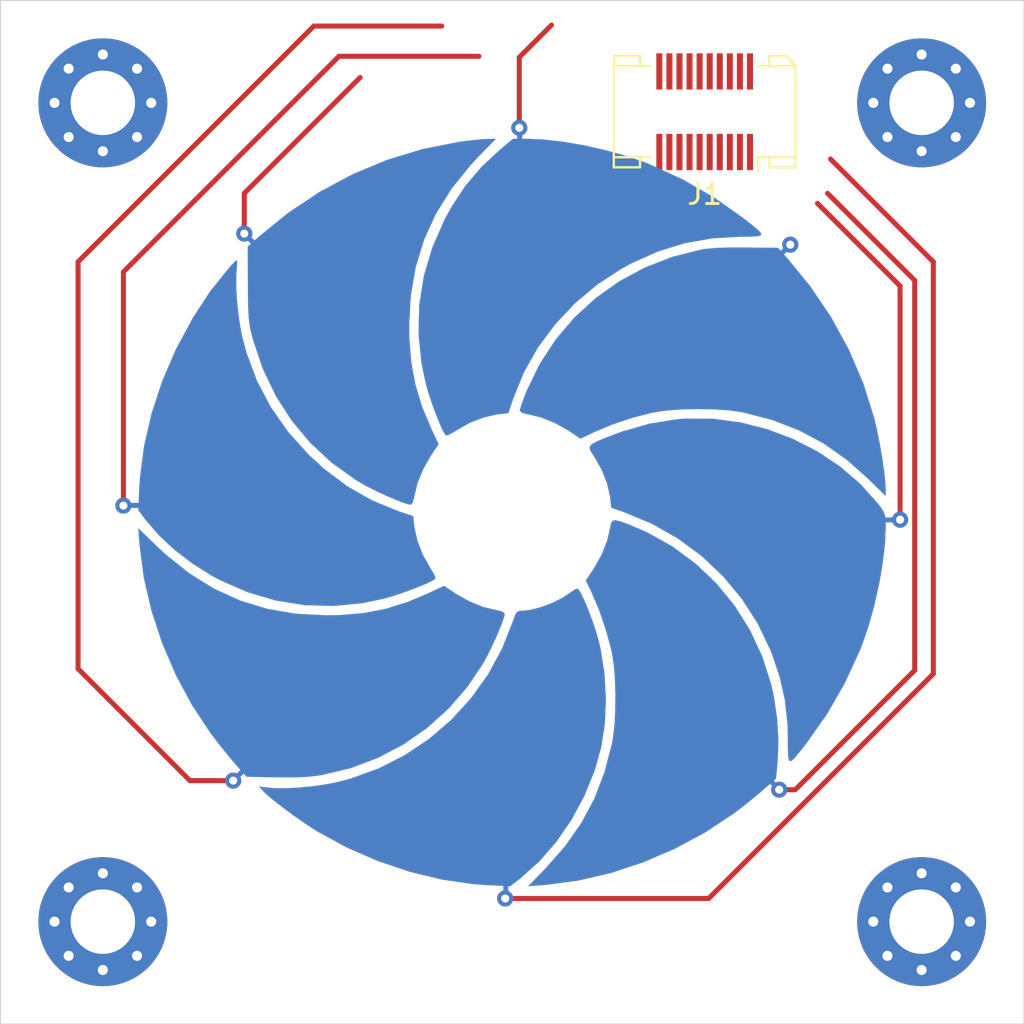
<source format=kicad_pcb>
(kicad_pcb (version 20171130) (host pcbnew "(5.1.9-0-10_14)")

  (general
    (thickness 1.6)
    (drawings 8)
    (tracks 47)
    (zones 0)
    (modules 6)
    (nets 13)
  )

  (page A4)
  (layers
    (0 F.Cu signal)
    (31 B.Cu signal)
    (32 B.Adhes user)
    (33 F.Adhes user)
    (34 B.Paste user)
    (35 F.Paste user)
    (36 B.SilkS user)
    (37 F.SilkS user)
    (38 B.Mask user)
    (39 F.Mask user)
    (40 Dwgs.User user hide)
    (41 Cmts.User user)
    (42 Eco1.User user)
    (43 Eco2.User user)
    (44 Edge.Cuts user)
    (45 Margin user)
    (46 B.CrtYd user)
    (47 F.CrtYd user)
    (48 B.Fab user)
    (49 F.Fab user)
  )

  (setup
    (last_trace_width 0.25)
    (trace_clearance 0.2)
    (zone_clearance 0.508)
    (zone_45_only no)
    (trace_min 0.2)
    (via_size 0.8)
    (via_drill 0.4)
    (via_min_size 0.4)
    (via_min_drill 0.3)
    (uvia_size 0.3)
    (uvia_drill 0.1)
    (uvias_allowed no)
    (uvia_min_size 0.2)
    (uvia_min_drill 0.1)
    (edge_width 0.05)
    (segment_width 0.2)
    (pcb_text_width 0.3)
    (pcb_text_size 1.5 1.5)
    (mod_edge_width 0.12)
    (mod_text_size 1 1)
    (mod_text_width 0.15)
    (pad_size 6.4 6.4)
    (pad_drill 3.2)
    (pad_to_mask_clearance 0)
    (aux_axis_origin 0 0)
    (visible_elements FFFFFF7F)
    (pcbplotparams
      (layerselection 0x010fc_ffffffff)
      (usegerberextensions false)
      (usegerberattributes true)
      (usegerberadvancedattributes true)
      (creategerberjobfile true)
      (excludeedgelayer true)
      (linewidth 0.100000)
      (plotframeref false)
      (viasonmask false)
      (mode 1)
      (useauxorigin false)
      (hpglpennumber 1)
      (hpglpenspeed 20)
      (hpglpendiameter 15.000000)
      (psnegative false)
      (psa4output false)
      (plotreference true)
      (plotvalue true)
      (plotinvisibletext false)
      (padsonsilk false)
      (subtractmaskfromsilk false)
      (outputformat 1)
      (mirror false)
      (drillshape 1)
      (scaleselection 1)
      (outputdirectory ""))
  )

  (net 0 "")
  (net 1 "Net-(J1-Pad16)")
  (net 2 "Net-(J1-Pad14)")
  (net 3 "Net-(J1-Pad12)")
  (net 4 "Net-(J1-Pad10)")
  (net 5 "Net-(J1-Pad8)")
  (net 6 "Net-(J1-Pad6)")
  (net 7 "Net-(J1-Pad4)")
  (net 8 "Net-(J1-Pad2)")
  (net 9 "Net-(H1-Pad1)")
  (net 10 "Net-(H2-Pad1)")
  (net 11 "Net-(H3-Pad1)")
  (net 12 "Net-(H4-Pad1)")

  (net_class Default "This is the default net class."
    (clearance 0.2)
    (trace_width 0.25)
    (via_dia 0.8)
    (via_drill 0.4)
    (uvia_dia 0.3)
    (uvia_drill 0.1)
    (add_net "Net-(H1-Pad1)")
    (add_net "Net-(H2-Pad1)")
    (add_net "Net-(H3-Pad1)")
    (add_net "Net-(H4-Pad1)")
    (add_net "Net-(J1-Pad10)")
    (add_net "Net-(J1-Pad12)")
    (add_net "Net-(J1-Pad14)")
    (add_net "Net-(J1-Pad16)")
    (add_net "Net-(J1-Pad2)")
    (add_net "Net-(J1-Pad4)")
    (add_net "Net-(J1-Pad6)")
    (add_net "Net-(J1-Pad8)")
  )

  (module MountingHole:MountingHole_3.2mm_M3_Pad_Via locked (layer F.Cu) (tedit 56DDBCCA) (tstamp 60323BE9)
    (at 160.02 127)
    (descr "Mounting Hole 3.2mm, M3")
    (tags "mounting hole 3.2mm m3")
    (path /6032596A)
    (attr virtual)
    (fp_text reference H4 (at 0 -4.2) (layer F.SilkS) hide
      (effects (font (size 1 1) (thickness 0.15)))
    )
    (fp_text value MountingHole_Pad (at 0 4.2) (layer F.Fab) hide
      (effects (font (size 1 1) (thickness 0.15)))
    )
    (fp_circle (center 0 0) (end 3.2 0) (layer Cmts.User) (width 0.15))
    (fp_circle (center 0 0) (end 3.45 0) (layer F.CrtYd) (width 0.05))
    (fp_text user %R (at 0.3 0) (layer F.Fab) hide
      (effects (font (size 1 1) (thickness 0.15)))
    )
    (pad 1 thru_hole circle (at 1.697056 -1.697056) (size 0.8 0.8) (drill 0.5) (layers *.Cu *.Mask)
      (net 12 "Net-(H4-Pad1)"))
    (pad 1 thru_hole circle (at 0 -2.4) (size 0.8 0.8) (drill 0.5) (layers *.Cu *.Mask)
      (net 12 "Net-(H4-Pad1)"))
    (pad 1 thru_hole circle (at -1.697056 -1.697056) (size 0.8 0.8) (drill 0.5) (layers *.Cu *.Mask)
      (net 12 "Net-(H4-Pad1)"))
    (pad 1 thru_hole circle (at -2.4 0) (size 0.8 0.8) (drill 0.5) (layers *.Cu *.Mask)
      (net 12 "Net-(H4-Pad1)"))
    (pad 1 thru_hole circle (at -1.697056 1.697056) (size 0.8 0.8) (drill 0.5) (layers *.Cu *.Mask)
      (net 12 "Net-(H4-Pad1)"))
    (pad 1 thru_hole circle (at 0 2.4) (size 0.8 0.8) (drill 0.5) (layers *.Cu *.Mask)
      (net 12 "Net-(H4-Pad1)"))
    (pad 1 thru_hole circle (at 1.697056 1.697056) (size 0.8 0.8) (drill 0.5) (layers *.Cu *.Mask)
      (net 12 "Net-(H4-Pad1)"))
    (pad 1 thru_hole circle (at 2.4 0) (size 0.8 0.8) (drill 0.5) (layers *.Cu *.Mask)
      (net 12 "Net-(H4-Pad1)"))
    (pad 1 thru_hole circle (at 0 0) (size 6.4 6.4) (drill 3.2) (layers *.Cu *.Mask)
      (net 12 "Net-(H4-Pad1)"))
  )

  (module MountingHole:MountingHole_3.2mm_M3_Pad_Via (layer F.Cu) (tedit 56DDBCCA) (tstamp 60323BD9)
    (at 119.38 86.36)
    (descr "Mounting Hole 3.2mm, M3")
    (tags "mounting hole 3.2mm m3")
    (path /6032604F)
    (attr virtual)
    (fp_text reference H3 (at 0 -4.2) (layer F.SilkS) hide
      (effects (font (size 1 1) (thickness 0.15)))
    )
    (fp_text value MountingHole_Pad (at 0 4.2) (layer F.Fab) hide
      (effects (font (size 1 1) (thickness 0.15)))
    )
    (fp_circle (center 0 0) (end 3.2 0) (layer Cmts.User) (width 0.15))
    (fp_circle (center 0 0) (end 3.45 0) (layer F.CrtYd) (width 0.05))
    (fp_text user %R (at 0.3 0) (layer F.Fab) hide
      (effects (font (size 1 1) (thickness 0.15)))
    )
    (pad 1 thru_hole circle (at 1.697056 -1.697056) (size 0.8 0.8) (drill 0.5) (layers *.Cu *.Mask)
      (net 11 "Net-(H3-Pad1)"))
    (pad 1 thru_hole circle (at 0 -2.4) (size 0.8 0.8) (drill 0.5) (layers *.Cu *.Mask)
      (net 11 "Net-(H3-Pad1)"))
    (pad 1 thru_hole circle (at -1.697056 -1.697056) (size 0.8 0.8) (drill 0.5) (layers *.Cu *.Mask)
      (net 11 "Net-(H3-Pad1)"))
    (pad 1 thru_hole circle (at -2.4 0) (size 0.8 0.8) (drill 0.5) (layers *.Cu *.Mask)
      (net 11 "Net-(H3-Pad1)"))
    (pad 1 thru_hole circle (at -1.697056 1.697056) (size 0.8 0.8) (drill 0.5) (layers *.Cu *.Mask)
      (net 11 "Net-(H3-Pad1)"))
    (pad 1 thru_hole circle (at 0 2.4) (size 0.8 0.8) (drill 0.5) (layers *.Cu *.Mask)
      (net 11 "Net-(H3-Pad1)"))
    (pad 1 thru_hole circle (at 1.697056 1.697056) (size 0.8 0.8) (drill 0.5) (layers *.Cu *.Mask)
      (net 11 "Net-(H3-Pad1)"))
    (pad 1 thru_hole circle (at 2.4 0) (size 0.8 0.8) (drill 0.5) (layers *.Cu *.Mask)
      (net 11 "Net-(H3-Pad1)"))
    (pad 1 thru_hole circle (at 0 0) (size 6.4 6.4) (drill 3.2) (layers *.Cu *.Mask)
      (net 11 "Net-(H3-Pad1)"))
  )

  (module MountingHole:MountingHole_3.2mm_M3_Pad_Via locked (layer F.Cu) (tedit 60323526) (tstamp 60323BC9)
    (at 119.38 127)
    (descr "Mounting Hole 3.2mm, M3")
    (tags "mounting hole 3.2mm m3")
    (path /603268F4)
    (attr virtual)
    (fp_text reference H2 (at 0 -4.2) (layer F.SilkS) hide
      (effects (font (size 1 1) (thickness 0.15)))
    )
    (fp_text value MountingHole_Pad (at 0 4.2) (layer F.Fab) hide
      (effects (font (size 1 1) (thickness 0.15)))
    )
    (fp_circle (center 0 0) (end 3.2 0) (layer Cmts.User) (width 0.15))
    (fp_circle (center 0 0) (end 3.45 0) (layer F.CrtYd) (width 0.05))
    (fp_text user %R (at 0.3 0) (layer F.Fab) hide
      (effects (font (size 1 1) (thickness 0.15)))
    )
    (pad 1 thru_hole circle (at 1.697056 -1.697056) (size 0.8 0.8) (drill 0.5) (layers *.Cu *.Mask)
      (net 10 "Net-(H2-Pad1)"))
    (pad 1 thru_hole circle (at 0 -2.4) (size 0.8 0.8) (drill 0.5) (layers *.Cu *.Mask)
      (net 10 "Net-(H2-Pad1)"))
    (pad 1 thru_hole circle (at -1.697056 -1.697056) (size 0.8 0.8) (drill 0.5) (layers *.Cu *.Mask)
      (net 10 "Net-(H2-Pad1)"))
    (pad 1 thru_hole circle (at -2.4 0) (size 0.8 0.8) (drill 0.5) (layers *.Cu *.Mask)
      (net 10 "Net-(H2-Pad1)"))
    (pad 1 thru_hole circle (at -1.697056 1.697056) (size 0.8 0.8) (drill 0.5) (layers *.Cu *.Mask)
      (net 10 "Net-(H2-Pad1)"))
    (pad 1 thru_hole circle (at 0 2.4) (size 0.8 0.8) (drill 0.5) (layers *.Cu *.Mask)
      (net 10 "Net-(H2-Pad1)"))
    (pad 1 thru_hole circle (at 1.697056 1.697056) (size 0.8 0.8) (drill 0.5) (layers *.Cu *.Mask)
      (net 10 "Net-(H2-Pad1)"))
    (pad 1 thru_hole circle (at 2.4 0) (size 0.8 0.8) (drill 0.5) (layers *.Cu *.Mask)
      (net 10 "Net-(H2-Pad1)"))
    (pad "" thru_hole circle (at 0 0) (size 6.4 6.4) (drill 3.2) (layers *.Cu *.Mask)
      (net 10 "Net-(H2-Pad1)"))
  )

  (module MountingHole:MountingHole_3.2mm_M3_Pad_Via (layer F.Cu) (tedit 60323554) (tstamp 60323BB9)
    (at 160.02 86.36)
    (descr "Mounting Hole 3.2mm, M3")
    (tags "mounting hole 3.2mm m3")
    (path /60326D1F)
    (attr virtual)
    (fp_text reference H1 (at 0 -4.2) (layer F.SilkS) hide
      (effects (font (size 1 1) (thickness 0.15)))
    )
    (fp_text value MountingHole_Pad (at 0 4.2) (layer F.Fab) hide
      (effects (font (size 1 1) (thickness 0.15)))
    )
    (fp_circle (center 0 0) (end 3.2 0) (layer Cmts.User) (width 0.15))
    (fp_circle (center 0 0) (end 3.45 0) (layer F.CrtYd) (width 0.05))
    (fp_text user %R (at 0.3 0) (layer F.Fab) hide
      (effects (font (size 1 1) (thickness 0.15)))
    )
    (pad 1 thru_hole circle (at 1.697056 -1.697056) (size 0.8 0.8) (drill 0.5) (layers *.Cu *.Mask)
      (net 9 "Net-(H1-Pad1)"))
    (pad 1 thru_hole circle (at 0 -2.4) (size 0.8 0.8) (drill 0.5) (layers *.Cu *.Mask)
      (net 9 "Net-(H1-Pad1)"))
    (pad 1 thru_hole circle (at -1.697056 -1.697056) (size 0.8 0.8) (drill 0.5) (layers *.Cu *.Mask)
      (net 9 "Net-(H1-Pad1)"))
    (pad "" thru_hole circle (at -2.4 0) (size 0.8 0.8) (drill 0.5) (layers *.Cu *.Mask)
      (net 9 "Net-(H1-Pad1)"))
    (pad 1 thru_hole circle (at -1.697056 1.697056) (size 0.8 0.8) (drill 0.5) (layers *.Cu *.Mask)
      (net 9 "Net-(H1-Pad1)"))
    (pad 1 thru_hole circle (at 0 2.4) (size 0.8 0.8) (drill 0.5) (layers *.Cu *.Mask)
      (net 9 "Net-(H1-Pad1)"))
    (pad 1 thru_hole circle (at 1.697056 1.697056) (size 0.8 0.8) (drill 0.5) (layers *.Cu *.Mask)
      (net 9 "Net-(H1-Pad1)"))
    (pad 1 thru_hole circle (at 2.4 0) (size 0.8 0.8) (drill 0.5) (layers *.Cu *.Mask)
      (net 9 "Net-(H1-Pad1)"))
    (pad ~ thru_hole circle (at 0 0) (size 6.4 6.4) (drill 3.2) (layers *.Cu *.Mask)
      (net 9 "Net-(H1-Pad1)"))
  )

  (module components:wheel locked (layer B.Cu) (tedit 603170FA) (tstamp 60317504)
    (at 139.7 106.68)
    (path /60317427)
    (fp_text reference J2 (at 0 0) (layer B.SilkS) hide
      (effects (font (size 1.524 1.524) (thickness 0.3)) (justify mirror))
    )
    (fp_text value Conn_01x08 (at 0.75 0) (layer B.SilkS) hide
      (effects (font (size 1.524 1.524) (thickness 0.3)) (justify mirror))
    )
    (fp_poly (pts (xy -4.945706 -0.46586) (xy -4.871806 -0.717912) (xy -4.861206 -0.786469) (xy -4.709175 -1.425664)
      (xy -4.43453 -2.109424) (xy -4.06514 -2.769376) (xy -4.033197 -2.817799) (xy -3.657412 -3.380542)
      (xy -3.99265 -4.08699) (xy -4.467859 -5.213473) (xy -4.804945 -6.318157) (xy -5.015647 -7.45446)
      (xy -5.111708 -8.675802) (xy -5.120687 -9.219259) (xy -5.039547 -10.739795) (xy -4.79172 -12.175966)
      (xy -4.374214 -13.535139) (xy -3.784032 -14.824681) (xy -3.018179 -16.05196) (xy -2.073662 -17.224343)
      (xy -1.707792 -17.61537) (xy -0.818248 -18.532592) (xy -1.27931 -18.522484) (xy -1.584346 -18.503842)
      (xy -2.002192 -18.462777) (xy -2.459909 -18.406824) (xy -2.634075 -18.382507) (xy -4.442693 -18.02531)
      (xy -6.208417 -17.488263) (xy -7.919084 -16.777137) (xy -9.562532 -15.897703) (xy -11.126597 -14.855733)
      (xy -12.599117 -13.656997) (xy -12.605926 -13.650891) (xy -13.123334 -13.186701) (xy -13.116716 -11.320572)
      (xy -13.112579 -10.662412) (xy -13.103084 -10.153916) (xy -13.084672 -9.75661) (xy -13.053785 -9.432018)
      (xy -13.006864 -9.141667) (xy -12.940349 -8.847081) (xy -12.859771 -8.542816) (xy -12.373795 -7.108406)
      (xy -11.733756 -5.773431) (xy -10.946321 -4.54673) (xy -10.018156 -3.437145) (xy -8.95593 -2.453515)
      (xy -7.766307 -1.604681) (xy -7.510981 -1.45028) (xy -7.145688 -1.249802) (xy -6.716237 -1.035805)
      (xy -6.263067 -0.825919) (xy -5.826621 -0.637771) (xy -5.44734 -0.488989) (xy -5.165663 -0.397201)
      (xy -5.047112 -0.376296) (xy -4.945706 -0.46586)) (layer B.Cu) (width 0.01))
    (fp_poly (pts (xy -3.179636 -3.833025) (xy -2.966203 -3.942569) (xy -2.738707 -4.085116) (xy -2.105471 -4.440861)
      (xy -1.416742 -4.708633) (xy -0.751812 -4.858275) (xy -0.685499 -4.866023) (xy -0.195072 -4.917459)
      (xy 0.045751 -5.640584) (xy 0.575879 -6.939615) (xy 1.272696 -8.171728) (xy 2.121558 -9.320183)
      (xy 3.107821 -10.368241) (xy 4.21684 -11.299161) (xy 5.433972 -12.096205) (xy 5.926666 -12.362996)
      (xy 7.239418 -12.947105) (xy 8.561973 -13.355343) (xy 9.929134 -13.596216) (xy 11.30568 -13.677811)
      (xy 11.805435 -13.682233) (xy 12.145533 -13.697472) (xy 12.328264 -13.741038) (xy 12.355919 -13.830441)
      (xy 12.230791 -13.983189) (xy 11.955171 -14.216792) (xy 11.53135 -14.548759) (xy 11.43 -14.62772)
      (xy 10.011144 -15.626609) (xy 8.471703 -16.510425) (xy 6.856376 -17.253984) (xy 6.559566 -17.371543)
      (xy 5.625938 -17.69276) (xy 4.6011 -17.976999) (xy 3.538066 -18.213632) (xy 2.489855 -18.39203)
      (xy 1.509481 -18.501567) (xy 0.767662 -18.532592) (xy 0.036608 -18.532592) (xy -0.569659 -18.026494)
      (xy -1.521029 -17.144208) (xy -2.327507 -16.196514) (xy -3.025083 -15.138138) (xy -3.368888 -14.505195)
      (xy -3.969618 -13.129846) (xy -4.383865 -11.73058) (xy -4.611375 -10.309639) (xy -4.651897 -8.869268)
      (xy -4.505177 -7.411709) (xy -4.285845 -6.36228) (xy -4.173704 -5.968001) (xy -4.0273 -5.520663)
      (xy -3.861421 -5.058183) (xy -3.690852 -4.618476) (xy -3.530378 -4.239457) (xy -3.394787 -3.959042)
      (xy -3.298863 -3.815148) (xy -3.28987 -3.808316) (xy -3.179636 -3.833025)) (layer B.Cu) (width 0.01))
    (fp_poly (pts (xy 18.532592 -1.155082) (xy 18.511116 -1.546269) (xy 18.451856 -2.072053) (xy 18.362562 -2.684475)
      (xy 18.250985 -3.335576) (xy 18.124875 -3.977399) (xy 17.991983 -4.561984) (xy 17.964262 -4.671738)
      (xy 17.426392 -6.387294) (xy 16.711377 -8.06182) (xy 15.828747 -9.677781) (xy 14.788032 -11.217644)
      (xy 13.653243 -12.603387) (xy 13.191405 -13.118257) (xy 11.605147 -13.139361) (xy 10.775973 -13.138538)
      (xy 10.082527 -13.113036) (xy 9.545658 -13.063833) (xy 9.36037 -13.034155) (xy 7.924843 -12.667164)
      (xy 6.567587 -12.136851) (xy 5.300543 -11.452932) (xy 4.135654 -10.625123) (xy 3.084864 -9.663139)
      (xy 2.160113 -8.576698) (xy 1.373346 -7.375515) (xy 0.736505 -6.069306) (xy 0.705261 -5.992616)
      (xy 0.560869 -5.621288) (xy 0.448734 -5.307707) (xy 0.384985 -5.098236) (xy 0.376296 -5.047111)
      (xy 0.46586 -4.945705) (xy 0.717912 -4.871805) (xy 0.786469 -4.861205) (xy 1.426847 -4.708804)
      (xy 2.111857 -4.433286) (xy 2.773622 -4.062339) (xy 2.820005 -4.031723) (xy 3.384954 -3.654464)
      (xy 4.02081 -3.957379) (xy 4.985909 -4.363323) (xy 6.036572 -4.711837) (xy 6.961481 -4.946122)
      (xy 7.575766 -5.041452) (xy 8.314337 -5.101135) (xy 9.118421 -5.125067) (xy 9.929244 -5.113147)
      (xy 10.688033 -5.06527) (xy 11.336012 -4.981335) (xy 11.477037 -4.954025) (xy 12.923252 -4.57295)
      (xy 14.246606 -4.060744) (xy 15.469924 -3.405336) (xy 16.61603 -2.594654) (xy 17.61537 -1.707673)
      (xy 18.532592 -0.811448) (xy 18.532592 -1.155082)) (layer B.Cu) (width 0.01))
    (fp_poly (pts (xy -7.403537 4.503797) (xy -6.371394 4.288156) (xy -5.974473 4.17538) (xy -5.525118 4.028547)
      (xy -5.061143 3.862387) (xy -4.620358 3.691625) (xy -4.240575 3.530988) (xy -3.959606 3.395205)
      (xy -3.815263 3.299002) (xy -3.808317 3.28987) (xy -3.833026 3.179636) (xy -3.94257 2.966203)
      (xy -4.085117 2.738707) (xy -4.440862 2.105471) (xy -4.708633 1.416742) (xy -4.858276 0.751812)
      (xy -4.866023 0.685499) (xy -4.91746 0.195072) (xy -5.63373 -0.04395) (xy -6.938287 -0.57558)
      (xy -8.17109 -1.27699) (xy -9.337874 -2.151795) (xy -10.11841 -2.869259) (xy -11.140694 -4.009238)
      (xy -11.993408 -5.230454) (xy -12.677418 -6.534442) (xy -13.193587 -7.922737) (xy -13.401404 -8.701851)
      (xy -13.510825 -9.265162) (xy -13.601003 -9.906334) (xy -13.666547 -10.56621) (xy -13.70207 -11.185628)
      (xy -13.70218 -11.705429) (xy -13.690657 -11.876851) (xy -13.665654 -12.194092) (xy -13.658445 -12.421745)
      (xy -13.670506 -12.511778) (xy -13.671135 -12.511851) (xy -13.752416 -12.448099) (xy -13.914219 -12.285171)
      (xy -14.030515 -12.159074) (xy -14.969684 -10.99449) (xy -15.847119 -9.655375) (xy -16.664121 -8.139734)
      (xy -16.711153 -8.043333) (xy -17.37725 -6.494069) (xy -17.899937 -4.898458) (xy -18.269817 -3.292036)
      (xy -18.47749 -1.71034) (xy -18.50628 -1.256121) (xy -18.560427 -0.110161) (xy -18.223686 0.344734)
      (xy -17.579024 1.101233) (xy -16.787918 1.841507) (xy -15.891297 2.53227) (xy -14.930088 3.140236)
      (xy -14.505196 3.368888) (xy -13.13121 3.968055) (xy -11.729352 4.38166) (xy -10.304322 4.609173)
      (xy -8.860817 4.650062) (xy -7.403537 4.503797)) (layer B.Cu) (width 0.01))
    (fp_poly (pts (xy 13.97877 12.235672) (xy 14.211276 11.962516) (xy 14.542449 11.539483) (xy 14.62772 11.43)
      (xy 15.626609 10.011145) (xy 16.510425 8.471704) (xy 17.253984 6.856377) (xy 17.371543 6.559567)
      (xy 17.689277 5.636749) (xy 17.971388 4.622624) (xy 18.207303 3.569796) (xy 18.386454 2.53087)
      (xy 18.498268 1.558451) (xy 18.532592 0.781567) (xy 18.527137 0.408193) (xy 18.496686 0.154846)
      (xy 18.42011 -0.046557) (xy 18.27628 -0.264099) (xy 18.161355 -0.414643) (xy 17.28579 -1.394986)
      (xy 16.273769 -2.265632) (xy 15.148151 -3.01697) (xy 13.931798 -3.639392) (xy 12.64757 -4.123289)
      (xy 11.318328 -4.45905) (xy 9.966932 -4.637067) (xy 8.616243 -4.64773) (xy 8.173866 -4.612814)
      (xy 6.792304 -4.389438) (xy 5.431082 -3.997109) (xy 5.027119 -3.847655) (xy 4.517138 -3.648386)
      (xy 4.163442 -3.497622) (xy 3.947605 -3.374036) (xy 3.851201 -3.256303) (xy 3.855806 -3.123096)
      (xy 3.942994 -2.953092) (xy 4.078052 -2.749204) (xy 4.431106 -2.124768) (xy 4.699018 -1.449235)
      (xy 4.852301 -0.799404) (xy 4.864387 -0.701345) (xy 4.914188 -0.226764) (xy 5.53802 -0.010123)
      (xy 6.92495 0.567425) (xy 8.216483 1.298821) (xy 9.400679 2.172669) (xy 10.4656 3.177573)
      (xy 11.399307 4.302139) (xy 12.18986 5.534973) (xy 12.82532 6.864678) (xy 12.876557 6.994002)
      (xy 13.276082 8.17353) (xy 13.533292 9.318374) (xy 13.661706 10.499278) (xy 13.682437 11.211282)
      (xy 13.684669 11.748376) (xy 13.697881 12.115303) (xy 13.73961 12.316123) (xy 13.827394 12.354894)
      (xy 13.97877 12.235672)) (layer B.Cu) (width 0.01))
    (fp_poly (pts (xy 1.646296 18.494037) (xy 3.253178 18.284478) (xy 4.881387 17.906862) (xy 6.49935 17.373692)
      (xy 8.075493 16.69747) (xy 9.578241 15.890696) (xy 10.97602 14.965873) (xy 11.43 14.620244)
      (xy 11.81323 14.312619) (xy 12.199428 13.994438) (xy 12.526392 13.717234) (xy 12.635398 13.621584)
      (xy 13.088203 13.217408) (xy 13.173532 12.323704) (xy 13.209874 11.353276) (xy 13.150577 10.3002)
      (xy 13.002093 9.239872) (xy 12.84975 8.538464) (xy 12.402146 7.146534) (xy 11.792085 5.839174)
      (xy 11.030277 4.628382) (xy 10.127437 3.526154) (xy 9.094275 2.544488) (xy 7.941505 1.69538)
      (xy 6.679838 0.990827) (xy 5.759889 0.598434) (xy 5.373909 0.458988) (xy 5.126945 0.397413)
      (xy 4.983553 0.421122) (xy 4.908289 0.537533) (xy 4.865711 0.754062) (xy 4.861205 0.78647)
      (xy 4.708804 1.426848) (xy 4.433286 2.111858) (xy 4.062339 2.773623) (xy 4.031723 2.820006)
      (xy 3.654464 3.384955) (xy 3.956421 4.020811) (xy 4.323014 4.888054) (xy 4.651623 5.847004)
      (xy 4.90992 6.801307) (xy 4.950331 6.98329) (xy 5.043106 7.582901) (xy 5.101245 8.308915)
      (xy 5.124702 9.102794) (xy 5.113427 9.905999) (xy 5.067374 10.659991) (xy 4.986494 11.306231)
      (xy 4.954025 11.477037) (xy 4.57861 12.907004) (xy 4.075524 14.214138) (xy 3.4302 15.42596)
      (xy 2.628073 16.569993) (xy 1.698482 17.628493) (xy 0.799629 18.558838) (xy 1.646296 18.494037)) (layer B.Cu) (width 0.01))
    (fp_poly (pts (xy -10.216572 13.133002) (xy -9.624125 13.069598) (xy -9.454445 13.042468) (xy -8.027432 12.702339)
      (xy -6.670145 12.192408) (xy -5.395923 11.521893) (xy -4.218101 10.700009) (xy -3.150018 9.735974)
      (xy -2.20501 8.639005) (xy -1.450281 7.510981) (xy -1.249803 7.145688) (xy -1.035806 6.716237)
      (xy -0.82592 6.263067) (xy -0.637772 5.826621) (xy -0.48899 5.44734) (xy -0.397202 5.165663)
      (xy -0.376297 5.047112) (xy -0.465861 4.945706) (xy -0.717913 4.871806) (xy -0.78647 4.861206)
      (xy -1.4271 4.708726) (xy -2.112377 4.433022) (xy -2.774529 4.061741) (xy -2.820477 4.031409)
      (xy -3.385897 3.653836) (xy -4.109733 3.997413) (xy -5.208451 4.463416) (xy -6.279029 4.795743)
      (xy -7.376175 5.006418) (xy -8.554594 5.10747) (xy -9.21926 5.120687) (xy -10.735039 5.040392)
      (xy -12.165691 4.794778) (xy -13.519783 4.380361) (xy -14.805886 3.793651) (xy -16.032566 3.031163)
      (xy -17.208393 2.089409) (xy -17.628493 1.698483) (xy -18.558838 0.79963) (xy -18.494037 1.646297)
      (xy -18.284478 3.253178) (xy -17.906862 4.881388) (xy -17.373692 6.499351) (xy -16.69747 8.075494)
      (xy -15.890696 9.578242) (xy -14.965873 10.976021) (xy -14.620244 11.43) (xy -14.310253 11.816235)
      (xy -13.98743 12.208339) (xy -13.704459 12.542659) (xy -13.608245 12.652697) (xy -13.190731 13.122801)
      (xy -11.745921 13.155877) (xy -10.90969 13.161061) (xy -10.216572 13.133002)) (layer B.Cu) (width 0.01))
    (fp_poly (pts (xy 0.396325 18.175488) (xy 1.333412 17.339078) (xy 2.189717 16.354914) (xy 2.946978 15.252705)
      (xy 3.586931 14.062155) (xy 4.091313 12.812971) (xy 4.422082 11.62753) (xy 4.595328 10.490744)
      (xy 4.646612 9.270258) (xy 4.577407 8.024367) (xy 4.389187 6.811368) (xy 4.289455 6.3817)
      (xy 4.169303 5.961186) (xy 4.016317 5.49891) (xy 3.844857 5.030425) (xy 3.66928 4.591285)
      (xy 3.503947 4.217043) (xy 3.363214 3.943253) (xy 3.261441 3.805467) (xy 3.245555 3.796893)
      (xy 3.114666 3.832624) (xy 2.926731 3.956487) (xy 2.917194 3.964328) (xy 2.497688 4.247525)
      (xy 1.97319 4.506747) (xy 1.409351 4.716818) (xy 0.871823 4.85256) (xy 0.501449 4.890736)
      (xy 0.324746 4.906562) (xy 0.211374 4.982095) (xy 0.120074 5.161914) (xy 0.0433 5.385741)
      (xy -0.499477 6.762978) (xy -1.200427 8.049508) (xy -2.047104 9.233922) (xy -3.027059 10.304812)
      (xy -4.127847 11.250768) (xy -5.337019 12.060382) (xy -6.642127 12.722243) (xy -8.030725 13.224943)
      (xy -8.701852 13.401404) (xy -9.27907 13.513273) (xy -9.933543 13.604334) (xy -10.605192 13.669195)
      (xy -11.233936 13.702462) (xy -11.759696 13.698743) (xy -11.900371 13.688479) (xy -12.558889 13.624993)
      (xy -12.323704 13.877648) (xy -12.095242 14.090925) (xy -11.746198 14.377806) (xy -11.314341 14.710285)
      (xy -10.837439 15.060353) (xy -10.35326 15.400004) (xy -9.899574 15.70123) (xy -9.677862 15.83969)
      (xy -8.213149 16.637725) (xy -6.670366 17.309462) (xy -5.0834 17.844176) (xy -3.486138 18.231144)
      (xy -1.912465 18.45964) (xy -1.251567 18.506496) (xy -0.101053 18.560857) (xy 0.396325 18.175488)) (layer B.Cu) (width 0.01))
    (pad 1 smd circle (at 0.37 -17.68) (size 1.524 1.524) (layers B.Cu)
      (net 8 "Net-(J1-Pad2)"))
    (pad 8 smd circle (at -12.3 -12.87) (size 1.524 1.524) (layers B.Cu)
      (net 1 "Net-(J1-Pad16)"))
    (pad 7 smd circle (at -17.75 -0.34) (size 1.524 1.524) (layers B.Cu)
      (net 2 "Net-(J1-Pad14)"))
    (pad 6 smd circle (at -12.87 12.36) (size 1.524 1.524) (layers B.Cu)
      (net 3 "Net-(J1-Pad12)"))
    (pad 5 smd circle (at -0.32 17.74) (size 1.524 1.524) (layers B.Cu)
      (net 4 "Net-(J1-Pad10)"))
    (pad 2 smd circle (at 12.8 -12.29) (size 1.524 1.524) (layers B.Cu)
      (net 7 "Net-(J1-Pad4)"))
    (pad 3 smd circle (at 17.71 0.38) (size 1.524 1.524) (layers B.Cu)
      (net 6 "Net-(J1-Pad6)"))
    (pad 4 smd circle (at 12.33 12.82) (size 1.524 1.524) (layers B.Cu)
      (net 5 "Net-(J1-Pad8)"))
  )

  (module Connector_Molex:Molex_SlimStack_52991-0208_2x10_P0.50mm_Vertical locked (layer F.Cu) (tedit 5D01785F) (tstamp 603174F0)
    (at 149.25 86.8 180)
    (descr "Molex SlimStack Fine-Pitch SMT Board-to-Board Connectors, 52991-0208, 20 Pins (http://www.molex.com/pdm_docs/sd/529910308_sd.pdf), generated with kicad-footprint-generator")
    (tags "connector Molex SlimStack vertical")
    (path /60322E0E)
    (attr smd)
    (fp_text reference J1 (at 0 -4.1) (layer F.SilkS)
      (effects (font (size 1 1) (thickness 0.15)))
    )
    (fp_text value Conn_02x10_Odd_Even (at 0 4.1) (layer F.Fab)
      (effects (font (size 1 1) (thickness 0.15)))
    )
    (fp_line (start 4.9 -3.4) (end -4.9 -3.4) (layer F.CrtYd) (width 0.05))
    (fp_line (start 4.9 3.4) (end 4.9 -3.4) (layer F.CrtYd) (width 0.05))
    (fp_line (start -4.9 3.4) (end 4.9 3.4) (layer F.CrtYd) (width 0.05))
    (fp_line (start -4.9 -3.4) (end -4.9 3.4) (layer F.CrtYd) (width 0.05))
    (fp_line (start 3.21 2.76) (end 3.21 2.26) (layer F.SilkS) (width 0.12))
    (fp_line (start 4.51 2.76) (end 3.21 2.76) (layer F.SilkS) (width 0.12))
    (fp_line (start 4.51 2.26) (end 4.51 2.76) (layer F.SilkS) (width 0.12))
    (fp_line (start 3.21 -2.76) (end 3.21 -2.26) (layer F.SilkS) (width 0.12))
    (fp_line (start 4.51 -2.76) (end 3.21 -2.76) (layer F.SilkS) (width 0.12))
    (fp_line (start 4.51 -2.26) (end 4.51 -2.76) (layer F.SilkS) (width 0.12))
    (fp_line (start -3.21 2.76) (end -3.21 2.26) (layer F.SilkS) (width 0.12))
    (fp_line (start -4.076667 2.76) (end -3.21 2.76) (layer F.SilkS) (width 0.12))
    (fp_line (start -4.51 2.26) (end -4.076667 2.76) (layer F.SilkS) (width 0.12))
    (fp_line (start -3.21 -2.76) (end -3.21 -2.26) (layer F.SilkS) (width 0.12))
    (fp_line (start -4.51 -2.76) (end -3.21 -2.76) (layer F.SilkS) (width 0.12))
    (fp_line (start -4.51 -2.26) (end -4.51 -2.76) (layer F.SilkS) (width 0.12))
    (fp_line (start 4.51 -2.26) (end 2.66 -2.26) (layer F.SilkS) (width 0.12))
    (fp_line (start 4.51 2.26) (end 4.51 -2.26) (layer F.SilkS) (width 0.12))
    (fp_line (start 2.66 2.26) (end 4.51 2.26) (layer F.SilkS) (width 0.12))
    (fp_line (start -2.66 -2.26) (end -2.66 -2.95) (layer F.SilkS) (width 0.12))
    (fp_line (start -4.51 -2.26) (end -2.66 -2.26) (layer F.SilkS) (width 0.12))
    (fp_line (start -4.51 2.26) (end -4.51 -2.26) (layer F.SilkS) (width 0.12))
    (fp_line (start -2.66 2.26) (end -4.51 2.26) (layer F.SilkS) (width 0.12))
    (fp_line (start -2.66 -2.26) (end -2.66 -2.95) (layer F.Fab) (width 0.1))
    (fp_line (start 4.4 -2.15) (end -4.4 -2.15) (layer F.Fab) (width 0.1))
    (fp_line (start 4.4 2.15) (end 4.4 -2.15) (layer F.Fab) (width 0.1))
    (fp_line (start -4.4 2.15) (end 4.4 2.15) (layer F.Fab) (width 0.1))
    (fp_line (start -4.4 -2.15) (end -4.4 2.15) (layer F.Fab) (width 0.1))
    (fp_text user %R (at -0.03 0.1) (layer F.Fab)
      (effects (font (size 1 1) (thickness 0.15)))
    )
    (pad 20 smd rect (at 2.25 2 180) (size 0.3 1.8) (layers F.Cu F.Paste F.Mask))
    (pad 18 smd rect (at 1.75 2 180) (size 0.3 1.8) (layers F.Cu F.Paste F.Mask))
    (pad 16 smd rect (at 1.25 2 180) (size 0.3 1.8) (layers F.Cu F.Paste F.Mask)
      (net 1 "Net-(J1-Pad16)"))
    (pad 14 smd rect (at 0.75 2 180) (size 0.3 1.8) (layers F.Cu F.Paste F.Mask)
      (net 2 "Net-(J1-Pad14)"))
    (pad 12 smd rect (at 0.25 2 180) (size 0.3 1.8) (layers F.Cu F.Paste F.Mask)
      (net 3 "Net-(J1-Pad12)"))
    (pad 10 smd rect (at -0.25 2 180) (size 0.3 1.8) (layers F.Cu F.Paste F.Mask)
      (net 4 "Net-(J1-Pad10)"))
    (pad 8 smd rect (at -0.75 2 180) (size 0.3 1.8) (layers F.Cu F.Paste F.Mask)
      (net 5 "Net-(J1-Pad8)"))
    (pad 6 smd rect (at -1.25 2 180) (size 0.3 1.8) (layers F.Cu F.Paste F.Mask)
      (net 6 "Net-(J1-Pad6)"))
    (pad 4 smd rect (at -1.75 2 180) (size 0.3 1.8) (layers F.Cu F.Paste F.Mask)
      (net 7 "Net-(J1-Pad4)"))
    (pad 2 smd rect (at -2.25 2 180) (size 0.3 1.8) (layers F.Cu F.Paste F.Mask)
      (net 8 "Net-(J1-Pad2)"))
    (pad 19 smd rect (at 2.25 -2 180) (size 0.3 1.8) (layers F.Cu F.Paste F.Mask))
    (pad 17 smd rect (at 1.75 -2 180) (size 0.3 1.8) (layers F.Cu F.Paste F.Mask))
    (pad 15 smd rect (at 1.25 -2 180) (size 0.3 1.8) (layers F.Cu F.Paste F.Mask))
    (pad 13 smd rect (at 0.75 -2 180) (size 0.3 1.8) (layers F.Cu F.Paste F.Mask))
    (pad 11 smd rect (at 0.25 -2 180) (size 0.3 1.8) (layers F.Cu F.Paste F.Mask))
    (pad 9 smd rect (at -0.25 -2 180) (size 0.3 1.8) (layers F.Cu F.Paste F.Mask))
    (pad 7 smd rect (at -0.75 -2 180) (size 0.3 1.8) (layers F.Cu F.Paste F.Mask))
    (pad 5 smd rect (at -1.25 -2 180) (size 0.3 1.8) (layers F.Cu F.Paste F.Mask))
    (pad 3 smd rect (at -1.75 -2 180) (size 0.3 1.8) (layers F.Cu F.Paste F.Mask))
    (pad 1 smd rect (at -2.25 -2 180) (size 0.3 1.8) (layers F.Cu F.Paste F.Mask))
    (model ${KISYS3DMOD}/Connector_Molex.3dshapes/Molex_SlimStack_52991-0208_2x10_P0.50mm_Vertical.wrl
      (at (xyz 0 0 0))
      (scale (xyz 1 1 1))
      (rotate (xyz 0 0 0))
    )
  )

  (gr_line (start 165.1 81.28) (end 114.3 132.08) (layer Dwgs.User) (width 0.15))
  (gr_line (start 114.3 81.28) (end 165.1 132.08) (layer Dwgs.User) (width 0.15))
  (gr_line (start 165.1 132.08) (end 162.56 132.08) (layer Edge.Cuts) (width 0.05) (tstamp 60327965))
  (gr_line (start 165.1 81.28) (end 165.1 132.08) (layer Edge.Cuts) (width 0.05))
  (gr_line (start 114.3 81.28) (end 165.1 81.28) (layer Edge.Cuts) (width 0.05))
  (gr_line (start 114.3 83.82) (end 114.3 81.28) (layer Edge.Cuts) (width 0.05))
  (gr_line (start 114.3 83.82) (end 114.3 132.08) (layer Edge.Cuts) (width 0.05) (tstamp 60323D6E))
  (gr_line (start 114.3 132.08) (end 162.56 132.08) (layer Edge.Cuts) (width 0.05))

  (via (at 126.4 92.85) (size 0.8) (drill 0.4) (layers F.Cu B.Cu) (net 1) (status 40000))
  (segment (start 127.36 93.81) (end 126.4 92.85) (width 0.25) (layer B.Cu) (net 1))
  (segment (start 127.4 93.81) (end 127.36 93.81) (width 0.25) (layer B.Cu) (net 1))
  (segment (start 126.4 92.85) (end 126.4 90.85) (width 0.25) (layer F.Cu) (net 1))
  (segment (start 126.4 90.85) (end 132.15 85.1) (width 0.25) (layer F.Cu) (net 1))
  (via (at 120.4 106.35) (size 0.8) (drill 0.4) (layers F.Cu B.Cu) (net 2) (status 40000))
  (segment (start 120.41 106.34) (end 120.4 106.35) (width 0.25) (layer B.Cu) (net 2))
  (segment (start 121.95 106.34) (end 120.41 106.34) (width 0.25) (layer B.Cu) (net 2))
  (segment (start 120.4 106.35) (end 120.4 94.75) (width 0.25) (layer F.Cu) (net 2))
  (segment (start 120.4 94.75) (end 131.1 84.05) (width 0.25) (layer F.Cu) (net 2))
  (segment (start 131.1 84.05) (end 138.05 84.05) (width 0.25) (layer F.Cu) (net 2))
  (via (at 125.85 120) (size 0.8) (drill 0.4) (layers F.Cu B.Cu) (net 3) (status 40000))
  (segment (start 126.81 119.04) (end 125.85 120) (width 0.25) (layer B.Cu) (net 3))
  (segment (start 126.83 119.04) (end 126.81 119.04) (width 0.25) (layer B.Cu) (net 3))
  (segment (start 125.85 120) (end 123.7 120) (width 0.25) (layer F.Cu) (net 3))
  (segment (start 123.7 120) (end 119.674999 115.974999) (width 0.25) (layer F.Cu) (net 3))
  (segment (start 119.674999 115.974999) (end 118.15 114.45) (width 0.25) (layer F.Cu) (net 3))
  (segment (start 118.15 114.45) (end 118.15 94.25) (width 0.25) (layer F.Cu) (net 3))
  (segment (start 118.15 94.25) (end 129.85 82.55) (width 0.25) (layer F.Cu) (net 3))
  (segment (start 129.85 82.55) (end 136.2 82.55) (width 0.25) (layer F.Cu) (net 3))
  (via (at 139.35 125.85) (size 0.8) (drill 0.4) (layers F.Cu B.Cu) (net 4) (status 40000))
  (segment (start 139.38 125.82) (end 139.35 125.85) (width 0.25) (layer B.Cu) (net 4))
  (segment (start 139.38 124.42) (end 139.38 125.82) (width 0.25) (layer B.Cu) (net 4))
  (segment (start 139.35 125.85) (end 149.45 125.85) (width 0.25) (layer F.Cu) (net 4))
  (segment (start 149.45 125.85) (end 160.6 114.7) (width 0.25) (layer F.Cu) (net 4))
  (segment (start 160.6 114.7) (end 160.6 94.25) (width 0.25) (layer F.Cu) (net 4))
  (segment (start 160.6 94.25) (end 155.5 89.15) (width 0.25) (layer F.Cu) (net 4))
  (segment (start 152.03 119.53) (end 152.95 120.45) (width 0.25) (layer B.Cu) (net 5))
  (via (at 152.95 120.45) (size 0.8) (drill 0.4) (layers F.Cu B.Cu) (net 5) (status 40000))
  (segment (start 152.03 119.5) (end 152.03 119.53) (width 0.25) (layer B.Cu) (net 5))
  (segment (start 152.95 120.45) (end 153.75 120.45) (width 0.25) (layer F.Cu) (net 5))
  (segment (start 159.675001 114.524999) (end 159.675001 95.175001) (width 0.25) (layer F.Cu) (net 5))
  (segment (start 153.75 120.45) (end 159.675001 114.524999) (width 0.25) (layer F.Cu) (net 5))
  (segment (start 159.675001 95.175001) (end 155.35 90.85) (width 0.25) (layer F.Cu) (net 5))
  (via (at 158.95 107.05) (size 0.8) (drill 0.4) (layers F.Cu B.Cu) (net 6) (status 40000))
  (segment (start 158.94 107.06) (end 158.95 107.05) (width 0.25) (layer B.Cu) (net 6))
  (segment (start 157.41 107.06) (end 158.94 107.06) (width 0.25) (layer B.Cu) (net 6))
  (segment (start 158.95 107.05) (end 158.95 95.45) (width 0.25) (layer F.Cu) (net 6))
  (segment (start 158.95 95.45) (end 154.85 91.35) (width 0.25) (layer F.Cu) (net 6))
  (via (at 153.5 93.4) (size 0.8) (drill 0.4) (layers F.Cu B.Cu) (net 7) (status 40000))
  (segment (start 152.51 94.39) (end 153.5 93.4) (width 0.25) (layer B.Cu) (net 7))
  (segment (start 152.5 94.39) (end 152.51 94.39) (width 0.25) (layer B.Cu) (net 7))
  (via (at 140.05 87.6) (size 0.8) (drill 0.4) (layers F.Cu B.Cu) (net 8) (status 40000))
  (segment (start 140.07 87.62) (end 140.05 87.6) (width 0.25) (layer B.Cu) (net 8))
  (segment (start 140.07 89) (end 140.07 87.62) (width 0.25) (layer B.Cu) (net 8))
  (segment (start 140.05 84.1) (end 140.05 87.6) (width 0.25) (layer F.Cu) (net 8))
  (segment (start 141.65 82.5) (end 140.05 84.1) (width 0.25) (layer F.Cu) (net 8))

)

</source>
